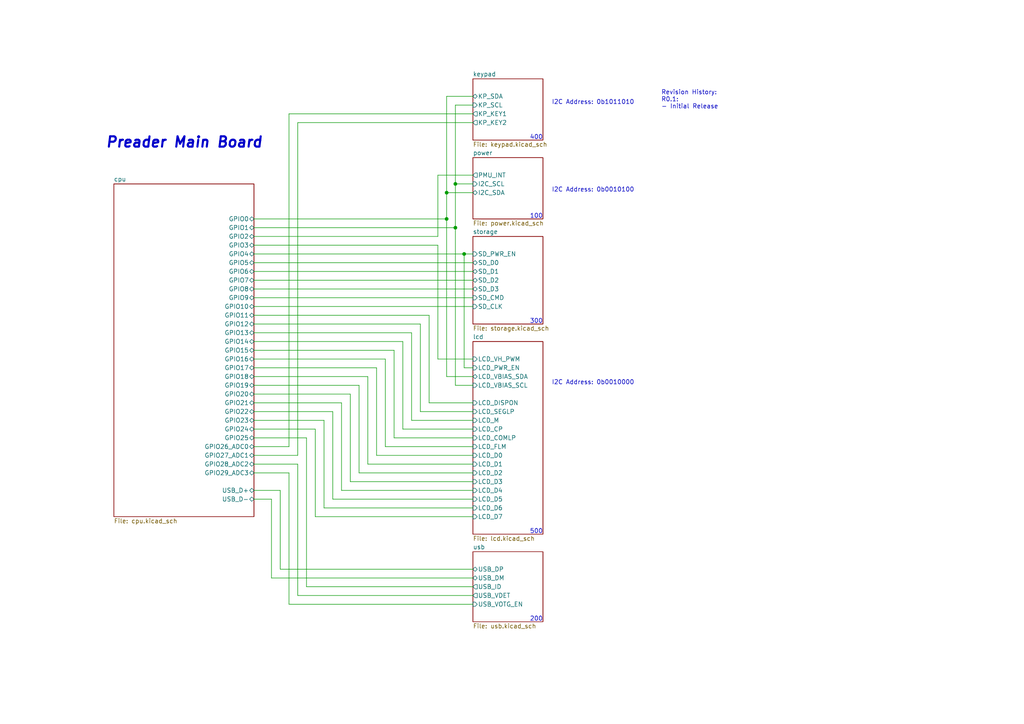
<source format=kicad_sch>
(kicad_sch (version 20210126) (generator eeschema)
  (paper "A4")
  (title_block (title "Preader MB") (date "2021-01-31") (rev "R0.1") (company "Wenting Zhang") (comment 1 "zephray@outlook.com"))
  (lib_symbols)
  (junction (at 129.54 55.88) (diameter 0.9144))
  (junction (at 129.54 63.5) (diameter 0.9144))
  (junction (at 132.08 53.34) (diameter 0.9144))
  (junction (at 132.08 66.04) (diameter 0.9144))
  (junction (at 134.62 73.66) (diameter 0.9144))
  (wire (pts (xy 73.66 63.5) (xy 129.54 63.5)))
  (wire (pts (xy 73.66 66.04) (xy 132.08 66.04)))
  (wire (pts (xy 73.66 73.66) (xy 134.62 73.66)))
  (wire (pts (xy 73.66 76.2) (xy 137.16 76.2)))
  (wire (pts (xy 73.66 78.74) (xy 137.16 78.74)))
  (wire (pts (xy 73.66 81.28) (xy 137.16 81.28)))
  (wire (pts (xy 73.66 83.82) (xy 137.16 83.82)))
  (wire (pts (xy 73.66 86.36) (xy 137.16 86.36)))
  (wire (pts (xy 73.66 88.9) (xy 137.16 88.9)))
  (wire (pts (xy 73.66 93.98) (xy 121.92 93.98)))
  (wire (pts (xy 73.66 99.06) (xy 116.84 99.06)))
  (wire (pts (xy 73.66 104.14) (xy 111.76 104.14)))
  (wire (pts (xy 73.66 109.22) (xy 106.68 109.22)))
  (wire (pts (xy 73.66 111.76) (xy 104.14 111.76)))
  (wire (pts (xy 73.66 114.3) (xy 101.6 114.3)))
  (wire (pts (xy 73.66 119.38) (xy 96.52 119.38)))
  (wire (pts (xy 73.66 124.46) (xy 91.44 124.46)))
  (wire (pts (xy 73.66 127) (xy 88.9 127)))
  (wire (pts (xy 73.66 129.54) (xy 83.82 129.54)))
  (wire (pts (xy 73.66 132.08) (xy 86.36 132.08)))
  (wire (pts (xy 73.66 134.62) (xy 86.36 134.62)))
  (wire (pts (xy 73.66 142.24) (xy 81.28 142.24)))
  (wire (pts (xy 73.66 144.78) (xy 78.74 144.78)))
  (wire (pts (xy 78.74 167.64) (xy 78.74 144.78)))
  (wire (pts (xy 78.74 167.64) (xy 137.16 167.64)))
  (wire (pts (xy 81.28 142.24) (xy 81.28 165.1)))
  (wire (pts (xy 81.28 165.1) (xy 137.16 165.1)))
  (wire (pts (xy 83.82 33.02) (xy 83.82 129.54)))
  (wire (pts (xy 83.82 33.02) (xy 137.16 33.02)))
  (wire (pts (xy 83.82 137.16) (xy 73.66 137.16)))
  (wire (pts (xy 83.82 137.16) (xy 83.82 175.26)))
  (wire (pts (xy 86.36 35.56) (xy 137.16 35.56)))
  (wire (pts (xy 86.36 132.08) (xy 86.36 35.56)))
  (wire (pts (xy 86.36 134.62) (xy 86.36 172.72)))
  (wire (pts (xy 86.36 172.72) (xy 137.16 172.72)))
  (wire (pts (xy 88.9 127) (xy 88.9 170.18)))
  (wire (pts (xy 88.9 170.18) (xy 137.16 170.18)))
  (wire (pts (xy 91.44 124.46) (xy 91.44 149.86)))
  (wire (pts (xy 91.44 149.86) (xy 137.16 149.86)))
  (wire (pts (xy 93.98 121.92) (xy 73.66 121.92)))
  (wire (pts (xy 93.98 147.32) (xy 93.98 121.92)))
  (wire (pts (xy 96.52 119.38) (xy 96.52 144.78)))
  (wire (pts (xy 96.52 144.78) (xy 137.16 144.78)))
  (wire (pts (xy 99.06 116.84) (xy 73.66 116.84)))
  (wire (pts (xy 99.06 142.24) (xy 99.06 116.84)))
  (wire (pts (xy 101.6 114.3) (xy 101.6 139.7)))
  (wire (pts (xy 101.6 139.7) (xy 137.16 139.7)))
  (wire (pts (xy 104.14 111.76) (xy 104.14 137.16)))
  (wire (pts (xy 104.14 137.16) (xy 137.16 137.16)))
  (wire (pts (xy 106.68 109.22) (xy 106.68 134.62)))
  (wire (pts (xy 106.68 134.62) (xy 137.16 134.62)))
  (wire (pts (xy 109.22 106.68) (xy 73.66 106.68)))
  (wire (pts (xy 109.22 132.08) (xy 109.22 106.68)))
  (wire (pts (xy 111.76 104.14) (xy 111.76 129.54)))
  (wire (pts (xy 111.76 129.54) (xy 137.16 129.54)))
  (wire (pts (xy 114.3 101.6) (xy 73.66 101.6)))
  (wire (pts (xy 114.3 127) (xy 114.3 101.6)))
  (wire (pts (xy 116.84 99.06) (xy 116.84 124.46)))
  (wire (pts (xy 116.84 124.46) (xy 137.16 124.46)))
  (wire (pts (xy 119.38 96.52) (xy 73.66 96.52)))
  (wire (pts (xy 119.38 121.92) (xy 119.38 96.52)))
  (wire (pts (xy 121.92 93.98) (xy 121.92 119.38)))
  (wire (pts (xy 121.92 119.38) (xy 137.16 119.38)))
  (wire (pts (xy 124.46 91.44) (xy 73.66 91.44)))
  (wire (pts (xy 124.46 116.84) (xy 124.46 91.44)))
  (wire (pts (xy 127 50.8) (xy 127 68.58)))
  (wire (pts (xy 127 68.58) (xy 73.66 68.58)))
  (wire (pts (xy 127 71.12) (xy 73.66 71.12)))
  (wire (pts (xy 127 104.14) (xy 127 71.12)))
  (wire (pts (xy 129.54 27.94) (xy 137.16 27.94)))
  (wire (pts (xy 129.54 55.88) (xy 129.54 27.94)))
  (wire (pts (xy 129.54 55.88) (xy 129.54 63.5)))
  (wire (pts (xy 129.54 55.88) (xy 137.16 55.88)))
  (wire (pts (xy 129.54 109.22) (xy 129.54 63.5)))
  (wire (pts (xy 132.08 30.48) (xy 137.16 30.48)))
  (wire (pts (xy 132.08 53.34) (xy 132.08 30.48)))
  (wire (pts (xy 132.08 53.34) (xy 132.08 66.04)))
  (wire (pts (xy 132.08 53.34) (xy 137.16 53.34)))
  (wire (pts (xy 132.08 111.76) (xy 132.08 66.04)))
  (wire (pts (xy 134.62 73.66) (xy 137.16 73.66)))
  (wire (pts (xy 134.62 106.68) (xy 134.62 73.66)))
  (wire (pts (xy 137.16 50.8) (xy 127 50.8)))
  (wire (pts (xy 137.16 104.14) (xy 127 104.14)))
  (wire (pts (xy 137.16 106.68) (xy 134.62 106.68)))
  (wire (pts (xy 137.16 109.22) (xy 129.54 109.22)))
  (wire (pts (xy 137.16 111.76) (xy 132.08 111.76)))
  (wire (pts (xy 137.16 116.84) (xy 124.46 116.84)))
  (wire (pts (xy 137.16 121.92) (xy 119.38 121.92)))
  (wire (pts (xy 137.16 127) (xy 114.3 127)))
  (wire (pts (xy 137.16 132.08) (xy 109.22 132.08)))
  (wire (pts (xy 137.16 142.24) (xy 99.06 142.24)))
  (wire (pts (xy 137.16 147.32) (xy 93.98 147.32)))
  (wire (pts (xy 137.16 175.26) (xy 83.82 175.26)))
  (text "Preader Main Board" (at 30.48 43.18 0) (effects (font (size 2.997 2.997) (thickness 0.5994) bold italic) (justify left bottom)))
  (text "400" (at 157.48 40.64 180) (effects (font (size 1.27 1.27)) (justify right bottom)))
  (text "100" (at 157.48 63.5 180) (effects (font (size 1.27 1.27)) (justify right bottom)))
  (text "300" (at 157.48 93.98 180) (effects (font (size 1.27 1.27)) (justify right bottom)))
  (text "500" (at 157.48 154.94 180) (effects (font (size 1.27 1.27)) (justify right bottom)))
  (text "200" (at 157.48 180.34 180) (effects (font (size 1.27 1.27)) (justify right bottom)))
  (text "I2C Address: 0b1011010" (at 160.02 30.48 0) (effects (font (size 1.27 1.27)) (justify left bottom)))
  (text "I2C Address: 0b0010100" (at 160.02 55.88 0) (effects (font (size 1.27 1.27)) (justify left bottom)))
  (text "I2C Address: 0b0010000" (at 160.02 111.76 0) (effects (font (size 1.27 1.27)) (justify left bottom)))
  (text "Revision History:\nR0.1:\n- Initial Release" (at 191.77 31.75 0) (effects (font (size 1.27 1.27)) (justify left bottom)))
  (sheet (at 33.02 53.34) (size 40.64 96.52)
    (property "Sheet name" "cpu" (at 33.02 52.7045 0) (effects (justify left bottom)))
    (property "Sheet file" "cpu.kicad_sch" (at 33.02 150.3685 0) (effects (justify left top)))
    (pin "GPIO2" bidirectional (at 73.66 68.58 0))
    (pin "GPIO3" bidirectional (at 73.66 71.12 0))
    (pin "GPIO4" bidirectional (at 73.66 73.66 0))
    (pin "GPIO5" bidirectional (at 73.66 76.2 0))
    (pin "GPIO6" bidirectional (at 73.66 78.74 0))
    (pin "GPIO7" bidirectional (at 73.66 81.28 0))
    (pin "GPIO8" bidirectional (at 73.66 83.82 0))
    (pin "GPIO9" bidirectional (at 73.66 86.36 0))
    (pin "GPIO10" bidirectional (at 73.66 88.9 0))
    (pin "GPIO11" bidirectional (at 73.66 91.44 0))
    (pin "GPIO12" bidirectional (at 73.66 93.98 0))
    (pin "GPIO13" bidirectional (at 73.66 96.52 0))
    (pin "GPIO14" bidirectional (at 73.66 99.06 0))
    (pin "GPIO15" bidirectional (at 73.66 101.6 0))
    (pin "GPIO16" bidirectional (at 73.66 104.14 0))
    (pin "GPIO17" bidirectional (at 73.66 106.68 0))
    (pin "GPIO18" bidirectional (at 73.66 109.22 0))
    (pin "GPIO19" bidirectional (at 73.66 111.76 0))
    (pin "GPIO20" bidirectional (at 73.66 114.3 0))
    (pin "GPIO21" bidirectional (at 73.66 116.84 0))
    (pin "GPIO22" bidirectional (at 73.66 119.38 0))
    (pin "GPIO23" bidirectional (at 73.66 121.92 0))
    (pin "GPIO24" bidirectional (at 73.66 124.46 0))
    (pin "GPIO25" bidirectional (at 73.66 127 0))
    (pin "GPIO26_ADC0" bidirectional (at 73.66 129.54 0))
    (pin "GPIO0" bidirectional (at 73.66 63.5 0))
    (pin "GPIO1" bidirectional (at 73.66 66.04 0))
    (pin "USB_D+" bidirectional (at 73.66 142.24 0))
    (pin "USB_D-" bidirectional (at 73.66 144.78 0))
    (pin "GPIO28_ADC2" bidirectional (at 73.66 134.62 0))
    (pin "GPIO27_ADC1" bidirectional (at 73.66 132.08 0))
    (pin "GPIO29_ADC3" bidirectional (at 73.66 137.16 0))
  )
  (sheet (at 137.16 22.86) (size 20.32 17.78)
    (property "Sheet name" "keypad" (at 137.16 22.2245 0) (effects (justify left bottom)))
    (property "Sheet file" "keypad.kicad_sch" (at 137.16 41.1485 0) (effects (justify left top)))
    (pin "KP_SDA" bidirectional (at 137.16 27.94 180))
    (pin "KP_SCL" input (at 137.16 30.48 180))
    (pin "KP_KEY2" output (at 137.16 35.56 180))
    (pin "KP_KEY1" output (at 137.16 33.02 180))
  )
  (sheet (at 137.16 99.06) (size 20.32 55.88)
    (property "Sheet name" "lcd" (at 137.16 98.4245 0) (effects (justify left bottom)))
    (property "Sheet file" "lcd.kicad_sch" (at 137.16 155.4485 0) (effects (justify left top)))
    (pin "LCD_VH_PWM" input (at 137.16 104.14 180))
    (pin "LCD_PWR_EN" input (at 137.16 106.68 180))
    (pin "LCD_VBIAS_SDA" bidirectional (at 137.16 109.22 180))
    (pin "LCD_VBIAS_SCL" input (at 137.16 111.76 180))
    (pin "LCD_DISPON" input (at 137.16 116.84 180))
    (pin "LCD_SEGLP" input (at 137.16 119.38 180))
    (pin "LCD_M" input (at 137.16 121.92 180))
    (pin "LCD_CP" input (at 137.16 124.46 180))
    (pin "LCD_D7" input (at 137.16 149.86 180))
    (pin "LCD_D6" input (at 137.16 147.32 180))
    (pin "LCD_COMLP" input (at 137.16 127 180))
    (pin "LCD_FLM" input (at 137.16 129.54 180))
    (pin "LCD_D2" input (at 137.16 137.16 180))
    (pin "LCD_D3" input (at 137.16 139.7 180))
    (pin "LCD_D1" input (at 137.16 134.62 180))
    (pin "LCD_D0" input (at 137.16 132.08 180))
    (pin "LCD_D4" input (at 137.16 142.24 180))
    (pin "LCD_D5" input (at 137.16 144.78 180))
  )
  (sheet (at 137.16 45.72) (size 20.32 17.78)
    (property "Sheet name" "power" (at 137.16 45.0845 0) (effects (justify left bottom)))
    (property "Sheet file" "power.kicad_sch" (at 137.16 64.0085 0) (effects (justify left top)))
    (pin "PMU_INT" output (at 137.16 50.8 180))
    (pin "I2C_SCL" input (at 137.16 53.34 180))
    (pin "I2C_SDA" bidirectional (at 137.16 55.88 180))
  )
  (sheet (at 137.16 68.58) (size 20.32 25.4)
    (property "Sheet name" "storage" (at 137.16 67.9445 0) (effects (justify left bottom)))
    (property "Sheet file" "storage.kicad_sch" (at 137.16 94.4885 0) (effects (justify left top)))
    (pin "SD_PWR_EN" input (at 137.16 73.66 180))
    (pin "SD_D3" bidirectional (at 137.16 83.82 180))
    (pin "SD_CMD" input (at 137.16 86.36 180))
    (pin "SD_CLK" input (at 137.16 88.9 180))
    (pin "SD_D0" bidirectional (at 137.16 76.2 180))
    (pin "SD_D1" bidirectional (at 137.16 78.74 180))
    (pin "SD_D2" bidirectional (at 137.16 81.28 180))
  )
  (sheet (at 137.16 160.02) (size 20.32 20.32)
    (property "Sheet name" "usb" (at 137.16 159.3845 0) (effects (justify left bottom)))
    (property "Sheet file" "usb.kicad_sch" (at 137.16 180.8485 0) (effects (justify left top)))
    (pin "USB_DP" bidirectional (at 137.16 165.1 180))
    (pin "USB_DM" bidirectional (at 137.16 167.64 180))
    (pin "USB_ID" output (at 137.16 170.18 180))
    (pin "USB_VOTG_EN" input (at 137.16 175.26 180))
    (pin "USB_VDET" output (at 137.16 172.72 180))
  )
)
</source>
